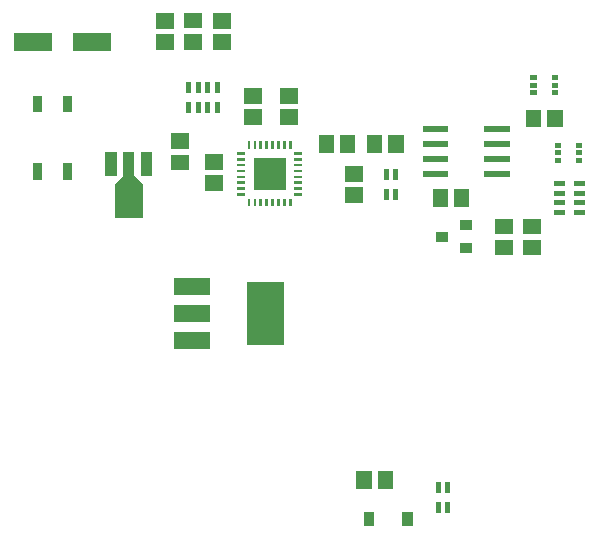
<source format=gbr>
G04 start of page 11 for group -4015 idx -4015 *
G04 Title: (unknown), toppaste *
G04 Creator: pcb 20140316 *
G04 CreationDate: Sat 17 Sep 2016 09:31:19 PM GMT UTC *
G04 For: ndholmes *
G04 Format: Gerber/RS-274X *
G04 PCB-Dimensions (mil): 2500.00 1900.00 *
G04 PCB-Coordinate-Origin: lower left *
%MOIN*%
%FSLAX25Y25*%
%LNTOPPASTE*%
%ADD111R,0.0360X0.0360*%
%ADD110R,0.1220X0.1220*%
%ADD109R,0.0560X0.0560*%
%ADD108R,0.0945X0.0945*%
%ADD107R,0.0378X0.0378*%
%ADD106R,0.0340X0.0340*%
%ADD105R,0.0630X0.0630*%
%ADD104R,0.0167X0.0167*%
%ADD103R,0.0165X0.0165*%
%ADD102R,0.0310X0.0310*%
%ADD101R,0.0200X0.0200*%
%ADD100C,0.0001*%
%ADD99R,0.0091X0.0091*%
%ADD98R,0.0512X0.0512*%
G54D98*X158457Y136893D02*Y136107D01*
X165543Y136893D02*Y136107D01*
X129607Y145457D02*X130393D01*
X129607Y152543D02*X130393D01*
X142414Y136893D02*Y136107D01*
X149500Y136893D02*Y136107D01*
X97607Y177586D02*X98393D01*
X97607Y170500D02*X98393D01*
G54D99*X113126Y133390D02*X114780D01*
X113126Y131421D02*X114780D01*
X113126Y129453D02*X114780D01*
X113126Y127484D02*X114780D01*
X113126Y125516D02*X114780D01*
X113126Y123547D02*X114780D01*
X113126Y121579D02*X114780D01*
X113126Y119610D02*X114780D01*
X116610Y117780D02*Y116126D01*
X118579Y117780D02*Y116126D01*
X120547Y117780D02*Y116126D01*
X122516Y117780D02*Y116126D01*
X124484Y117780D02*Y116126D01*
X126453Y117780D02*Y116126D01*
X128421Y117780D02*Y116126D01*
X130390Y117780D02*Y116126D01*
X132220Y119610D02*X133874D01*
X132220Y121579D02*X133874D01*
X132220Y123547D02*X133874D01*
X132220Y125516D02*X133874D01*
X132220Y127484D02*X133874D01*
X132220Y129453D02*X133874D01*
X132220Y131421D02*X133874D01*
X132220Y133390D02*X133874D01*
X130390Y136874D02*Y135220D01*
X128421Y136874D02*Y135220D01*
X126453Y136874D02*Y135220D01*
X124484Y136874D02*Y135220D01*
X122516Y136874D02*Y135220D01*
X120547Y136874D02*Y135220D01*
X118579Y136874D02*Y135220D01*
X116610Y136874D02*Y135220D01*
G54D100*G36*
X118185Y131815D02*Y121185D01*
X128815D01*
Y131815D01*
X118185D01*
G37*
G54D101*X196000Y126500D02*X202500D01*
X196000Y131500D02*X202500D01*
X196000Y136500D02*X202500D01*
X196000Y141500D02*X202500D01*
X175500D02*X182000D01*
X175500Y136500D02*X182000D01*
X175500Y131500D02*X182000D01*
X175500Y126500D02*X182000D01*
G54D98*X88107Y177543D02*X88893D01*
X88107Y170457D02*X88893D01*
G54D102*X46000Y128450D02*Y126050D01*
X56000Y128450D02*Y126050D01*
Y150950D02*Y148550D01*
X46000Y150950D02*Y148550D01*
G54D98*X180414Y118893D02*Y118107D01*
X187500Y118893D02*Y118107D01*
G54D103*X219260Y136060D02*X219713D01*
X219260Y133500D02*X219713D01*
X219260Y130940D02*X219713D01*
X226287D02*X226740D01*
X226287Y133500D02*X226740D01*
X226287Y136060D02*X226740D01*
G54D98*X218543Y145393D02*Y144607D01*
X211457Y145393D02*Y144607D01*
X93107Y130414D02*X93893D01*
X93107Y137500D02*X93893D01*
X107107Y177543D02*X107893D01*
X107107Y170457D02*X107893D01*
G54D103*X211246Y158620D02*X211699D01*
X211246Y156060D02*X211699D01*
X211246Y153500D02*X211699D01*
X218273D02*X218726D01*
X218273Y156060D02*X218726D01*
X218273Y158620D02*X218726D01*
G54D104*X219217Y123224D02*X221087D01*
X219217Y120075D02*X221087D01*
X219217Y116925D02*X221087D01*
X219217Y113776D02*X221087D01*
X225913D02*X227783D01*
X225913Y116925D02*X227783D01*
X225913Y120075D02*X227783D01*
X225913Y123224D02*X227783D01*
G54D105*X61193Y170500D02*X67492D01*
X41508D02*X47807D01*
G54D98*X210607Y101914D02*X211393D01*
X210607Y109000D02*X211393D01*
G54D106*X188700Y101700D02*X189300D01*
X188700Y109500D02*X189300D01*
X180500Y105600D02*X181100D01*
G54D98*X201107Y109043D02*X201893D01*
X201107Y101957D02*X201893D01*
X151107Y119457D02*X151893D01*
X151107Y126543D02*X151893D01*
X104607Y130543D02*X105393D01*
X104607Y123457D02*X105393D01*
X117607Y145457D02*X118393D01*
X117607Y152543D02*X118393D01*
G54D107*X82406Y131905D02*Y127811D01*
X76500Y131905D02*Y120095D01*
G54D108*Y118361D02*Y116471D01*
G54D100*G36*
X78385Y125926D02*X81225Y123086D01*
X79805Y121666D01*
X76965Y124506D01*
X78385Y125926D01*
G37*
G36*
X71775Y123086D02*X74615Y125926D01*
X76035Y124506D01*
X73195Y121666D01*
X71775Y123086D01*
G37*
G54D107*X70594Y131905D02*Y127811D01*
G54D109*X94300Y89000D02*X100900D01*
X94300Y80000D02*X100900D01*
X94300Y70900D02*X100900D01*
G54D110*X122000Y84500D02*Y75500D01*
G54D98*X162043Y24850D02*Y24064D01*
X154957Y24850D02*Y24064D01*
G54D104*X182802Y22860D02*Y20990D01*
X179652Y22860D02*Y20990D01*
Y16164D02*Y14294D01*
X182802Y16164D02*Y14294D01*
X106024Y156283D02*Y154413D01*
X102875Y156283D02*Y154413D01*
X99725Y156283D02*Y154413D01*
X96576Y156283D02*Y154413D01*
Y149587D02*Y147717D01*
X99725Y149587D02*Y147717D01*
X102875Y149587D02*Y147717D01*
X106024Y149587D02*Y147717D01*
G54D111*X169500Y12100D02*Y10900D01*
X156600Y12100D02*Y10900D01*
G54D104*X165575Y127283D02*Y125413D01*
X162425Y127283D02*Y125413D01*
Y120587D02*Y118717D01*
X165575Y120587D02*Y118717D01*
M02*

</source>
